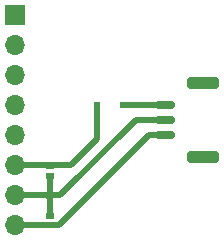
<source format=gbr>
%TF.GenerationSoftware,KiCad,Pcbnew,6.0.10-86aedd382b~118~ubuntu22.04.1*%
%TF.CreationDate,2023-02-07T19:31:44+01:00*%
%TF.ProjectId,connectorBoard,636f6e6e-6563-4746-9f72-426f6172642e,rev?*%
%TF.SameCoordinates,Original*%
%TF.FileFunction,Copper,L1,Top*%
%TF.FilePolarity,Positive*%
%FSLAX46Y46*%
G04 Gerber Fmt 4.6, Leading zero omitted, Abs format (unit mm)*
G04 Created by KiCad (PCBNEW 6.0.10-86aedd382b~118~ubuntu22.04.1) date 2023-02-07 19:31:44*
%MOMM*%
%LPD*%
G01*
G04 APERTURE LIST*
G04 Aperture macros list*
%AMRoundRect*
0 Rectangle with rounded corners*
0 $1 Rounding radius*
0 $2 $3 $4 $5 $6 $7 $8 $9 X,Y pos of 4 corners*
0 Add a 4 corners polygon primitive as box body*
4,1,4,$2,$3,$4,$5,$6,$7,$8,$9,$2,$3,0*
0 Add four circle primitives for the rounded corners*
1,1,$1+$1,$2,$3*
1,1,$1+$1,$4,$5*
1,1,$1+$1,$6,$7*
1,1,$1+$1,$8,$9*
0 Add four rect primitives between the rounded corners*
20,1,$1+$1,$2,$3,$4,$5,0*
20,1,$1+$1,$4,$5,$6,$7,0*
20,1,$1+$1,$6,$7,$8,$9,0*
20,1,$1+$1,$8,$9,$2,$3,0*%
G04 Aperture macros list end*
%TA.AperFunction,SMDPad,CuDef*%
%ADD10RoundRect,0.150000X0.700000X-0.150000X0.700000X0.150000X-0.700000X0.150000X-0.700000X-0.150000X0*%
%TD*%
%TA.AperFunction,SMDPad,CuDef*%
%ADD11RoundRect,0.250000X1.100000X-0.250000X1.100000X0.250000X-1.100000X0.250000X-1.100000X-0.250000X0*%
%TD*%
%TA.AperFunction,SMDPad,CuDef*%
%ADD12R,0.500000X0.500000*%
%TD*%
%TA.AperFunction,SMDPad,CuDef*%
%ADD13R,0.700000X0.500000*%
%TD*%
%TA.AperFunction,ComponentPad*%
%ADD14R,1.700000X1.700000*%
%TD*%
%TA.AperFunction,ComponentPad*%
%ADD15O,1.700000X1.700000*%
%TD*%
%TA.AperFunction,Conductor*%
%ADD16C,0.500000*%
%TD*%
G04 APERTURE END LIST*
D10*
%TO.P,J2,1,Pin_1*%
%TO.N,/C-Data*%
X196143000Y-96246000D03*
%TO.P,J2,2,Pin_2*%
%TO.N,GND*%
X196143000Y-94996000D03*
%TO.P,J2,3,Pin_3*%
%TO.N,VCC*%
X196143000Y-93746000D03*
D11*
%TO.P,J2,MP*%
%TO.N,N/C*%
X199343000Y-98096000D03*
X199343000Y-91896000D03*
%TD*%
D12*
%TO.P,D1,1,K*%
%TO.N,VCC*%
X192616000Y-93726000D03*
%TO.P,D1,2,A*%
%TO.N,Net-(D1-Pad2)*%
X190416000Y-93726000D03*
%TD*%
D13*
%TO.P,D3,1,K*%
%TO.N,Net-(D1-Pad2)*%
X186436000Y-98895000D03*
%TO.P,D3,2,A*%
%TO.N,GND*%
X186436000Y-99695000D03*
%TD*%
%TO.P,D2,1,A1*%
%TO.N,GND*%
X186436000Y-103105000D03*
%TO.P,D2,2,A2*%
%TO.N,/C-Data*%
X186436000Y-103905000D03*
%TD*%
D14*
%TO.P,J1,1,Pin_1*%
%TO.N,unconnected-(J1-Pad1)*%
X183490000Y-86121000D03*
D15*
%TO.P,J1,2,Pin_2*%
%TO.N,unconnected-(J1-Pad2)*%
X183490000Y-88661000D03*
%TO.P,J1,3,Pin_3*%
%TO.N,unconnected-(J1-Pad3)*%
X183490000Y-91201000D03*
%TO.P,J1,4,Pin_4*%
%TO.N,unconnected-(J1-Pad4)*%
X183490000Y-93741000D03*
%TO.P,J1,5,Pin_5*%
%TO.N,unconnected-(J1-Pad5)*%
X183490000Y-96281000D03*
%TO.P,J1,6,Pin_6*%
%TO.N,Net-(D1-Pad2)*%
X183490000Y-98821000D03*
%TO.P,J1,7,Pin_7*%
%TO.N,GND*%
X183490000Y-101361000D03*
%TO.P,J1,8,Pin_8*%
%TO.N,/C-Data*%
X183490000Y-103901000D03*
%TD*%
D16*
%TO.N,VCC*%
X196123000Y-93726000D02*
X196143000Y-93746000D01*
X192616000Y-93726000D02*
X196123000Y-93726000D01*
%TO.N,GND*%
X196143000Y-94996000D02*
X193675000Y-94996000D01*
X187310000Y-101361000D02*
X186197000Y-101361000D01*
X186436000Y-99695000D02*
X186436000Y-101600000D01*
X186436000Y-101600000D02*
X186197000Y-101361000D01*
X193675000Y-94996000D02*
X187310000Y-101361000D01*
X186197000Y-101361000D02*
X183490000Y-101361000D01*
X186436000Y-103105000D02*
X186436000Y-101600000D01*
%TO.N,/C-Data*%
X196143000Y-96246000D02*
X194838000Y-96246000D01*
X194838000Y-96246000D02*
X187183000Y-103901000D01*
X187183000Y-103901000D02*
X183490000Y-103901000D01*
%TO.N,Net-(D1-Pad2)*%
X183490000Y-98821000D02*
X187321000Y-98821000D01*
X187325000Y-98825000D02*
X188175000Y-98825000D01*
X187321000Y-98821000D02*
X187325000Y-98825000D01*
X188175000Y-98825000D02*
X190416000Y-96584000D01*
X190416000Y-93726000D02*
X190416000Y-96584000D01*
%TD*%
M02*

</source>
